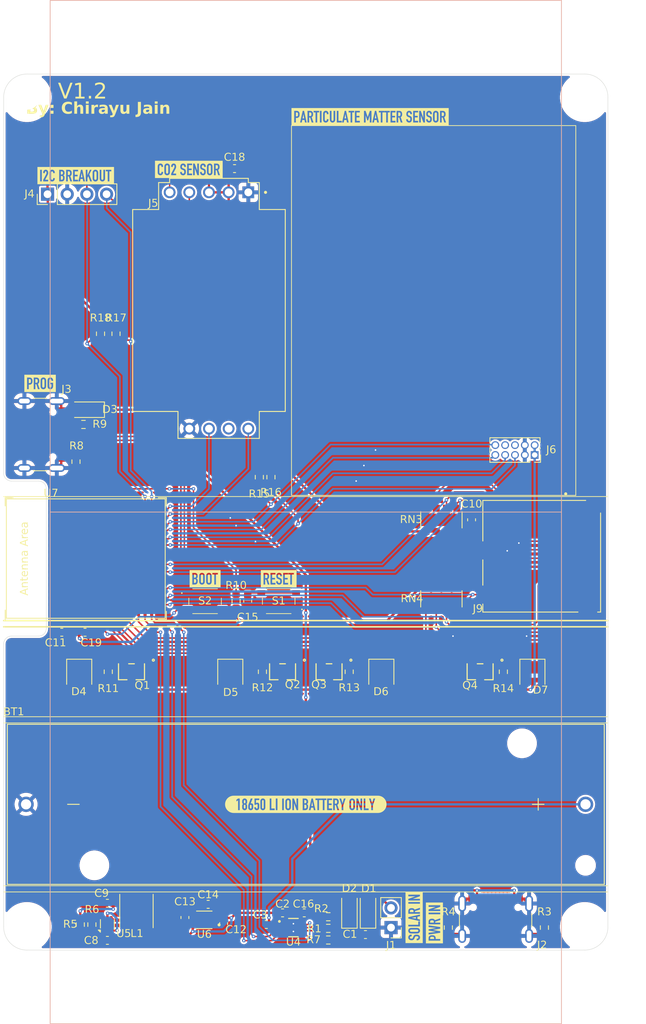
<source format=kicad_pcb>
(kicad_pcb (version 20240108) (generator "pcbnew") (generator_version "8.0")
  (layers (0 "F.Cu" signal) (31 "B.Cu" signal) (34 "B.Paste" user) (35 "F.Paste" user) (36 "B.SilkS" user "B.Silkscreen") (37 "F.SilkS" user "F.Silkscreen") (38 "B.Mask" user) (39 "F.Mask" user) (44 "Edge.Cuts" user))
  (net 0 "")
  (net 1 "/Solar_VIN")
  (net 2 "/STAT2")
  (net 3 "/!CE")
  (net 4 "/VSYS")
  (net 5 "/STAT1")
  (net 6 "GND")
  (net 7 "/USB C VIN")
  (net 8 "+3.3V")
  (net 9 "/SCL")
  (net 10 "/SDA")
  (net 11 "Net-(U5-SW)")
  (net 13 "+5V")
  (net 14 "/PMS_TX")
  (net 15 "/PMS_RX")
  (net 16 "/PMS_RST")
  (net 17 "/PMS_SET")
  (net 18 "/CO2_EN")
  (net 19 "/CO2_nRDY")
  (net 20 "Net-(U4-TS{slash}MR)")
  (net 21 "Net-(U4-ILIM{slash}VSET)")
  (net 22 "Net-(U4-ISET)")
  (net 23 "/SD_DAT1")
  (net 24 "/SD_CS")
  (net 25 "/SD_CD")
  (net 26 "/SD_DAT2")
  (net 27 "/SD_CLK")
  (net 28 "/SD_SDI")
  (net 29 "/SD_SDO")
  (net 30 "/VIN")
  (net 31 "Net-(U6-CP+)")
  (net 32 "Net-(U6-CP-)")
  (net 33 "/VBAT")
  (net 34 "/USB_P")
  (net 35 "Net-(D3-A)")
  (net 36 "/USB_N")
  (net 38 "Net-(J2-CC1)")
  (net 44 "Net-(J2-CC2)")
  (net 45 "/RESET")
  (net 46 "/BOOT")
  (net 47 "Net-(J3-CC1)")
  (net 48 "/BUCK_FB")
  (net 49 "Net-(D4-K)")
  (net 50 "Net-(Q1-D)")
  (net 51 "Net-(D5-K)")
  (net 52 "Net-(D6-K)")
  (net 53 "Net-(D7-K)")
  (net 54 "Net-(Q2-D)")
  (net 55 "Net-(Q3-D)")
  (net 56 "Net-(Q4-D)")
  (net 60 "/LED1")
  (net 61 "/LED2")
  (net 62 "/LED3")
  (net 63 "/LED4")
  (net 80 "Net-(J3-CC2)")
  (footprint "Resistor_SMD:R_0603_1608Metric" (layer "F.Cu") (at 87.8875 153.2125 -90)
    (property "Reference" "R5")
    (property "Value" "453k" (hide yes))
  )
  (footprint "Resistor_SMD:R_0603_1608Metric" (layer "F.Cu") (at 111 95.5 -90)
    (property "Reference" "R15")
    (property "Value" "10k" (hide yes))
  )
  (footprint "Snapeda:PTS815_SJG" (layer "F.Cu") (at 104 111.5)
    (property "Reference" "S2")
    (property "Value" "PTS815_SJG" (hide yes))
  )
  (footprint "LED_SMD:LED_Luminus_MP-3030-1100_3.0x3.0mm" (layer "F.Cu") (at 107.25 120.6 -90)
    (property "Reference" "D5")
    (property "Value" "LED" (hide yes))
  )
  (footprint "Resistor_SMD:R_Array_Convex_4x1206" (layer "F.Cu") (at 134.5 101 -90)
    (property "Reference" "RN3")
    (property "Value" "4x 4.7K" (hide yes))
  )
  (footprint "Capacitor_SMD:C_0603_1608Metric" (layer "F.Cu") (at 91.3875 150.4625 180)
    (property "Reference" "C9")
    (property "Value" "22u" (hide yes))
  )
  (footprint "Capacitor_SMD:C_0603_1608Metric" (layer "F.Cu") (at 124.7 154.5)
    (property "Reference" "C1")
    (property "Value" "10u" (hide yes))
  )
  (footprint "Snapeda:SOT23_AOS" (layer "F.Cu") (at 114 120.6 180)
    (property "Reference" "Q2")
    (property "Value" "AO3422" (hide yes))
  )
  (footprint "Capacitor_SMD:C_0603_1608Metric" (layer "F.Cu") (at 138.4 101 90)
    (property "Reference" "C10")
    (property "Value" "10u" (hide yes))
  )
  (footprint "Capacitor_SMD:C_0603_1608Metric" (layer "F.Cu") (at 85.5 115.5 180)
    (property "Reference" "C11")
    (property "Value" "22u" (hide yes))
  )
  (footprint "Snapeda:006-0-0002_XDCR_006-0-0002" (layer "F.Cu") (at 104.5 74 -90)
    (property "Reference" "J5")
    (property "Value" "006-1-0100" (hide yes))
  )
  (footprint "Resistor_SMD:R_0603_1608Metric" (layer "F.Cu") (at 122.6 120.6 -90)
    (property "Reference" "R13")
    (property "Value" "330" (hide yes))
  )
  (footprint "Connector_PinHeader_2.54mm:PinHeader_1x02_P2.54mm_Vertical" (layer "F.Cu") (at 128 153.6 180)
    (property "Reference" "J1")
    (property "Value" "SOLAR_VIN" (hide yes))
  )
  (footprint "kibuzzard-66CB4D05" (layer "F.Cu") (at 87.3 56.6)
    (property "Reference" "kibuzzard-66CB4D05" (hide yes))
    (property "Value" "G***" (hide yes))
  )
  (footprint "kibuzzard-66CA2B19" (layer "F.Cu") (at 133.6 153 90)
    (property "Reference" "kibuzzard-66CA2B19" (hide yes))
    (property "Value" "G***" (hide yes))
  )
  (footprint "Connector_PinSocket_1.27mm:PinSocket_2x05_P1.27mm_Vertical" (layer "F.Cu") (at 144 92 -90)
    (property "Reference" "J6")
    (property "Value" "PMS7003M" (hide yes))
  )
  (footprint "Snapeda:WSON10_DLH_TEX" (layer "F.Cu") (at 115.4 153.6)
    (property "Reference" "U4")
    (property "Value" "BQ25185DLHR" (hide yes))
  )
  (footprint "MountingHole:MountingHole_3.2mm_M3" (layer "F.Cu") (at 153 46.5)
    (property "Reference" "H3" (hide yes))
    (property "Value" "MountingHole" (hide yes))
  )
  (footprint "Capacitor_SMD:C_0603_1608Metric" (layer "F.Cu") (at 114 151.7)
    (property "Reference" "C2")
    (property "Value" "10u" (hide yes))
  )
  (footprint "Snapeda:1043_BAT_1043" (layer "F.Cu") (at 117 137.7)
    (property "Reference" "BT1")
    (property "Value" "1043" (hide yes))
  )
  (footprint "Capacitor_SMD:C_0603_1608Metric" (layer "F.Cu") (at 104.395 150.6 180)
    (property "Reference" "C14")
    (property "Value" "2.2u" (hide yes))
  )
  (footprint "MountingHole:MountingHole_3.2mm_M3" (layer "F.Cu") (at 81 46.5)
    (property "Reference" "H2" (hide yes))
    (property "Value" "MountingHole" (hide yes))
  )
  (footprint "Resistor_SMD:R_0603_1608Metric" (layer "F.Cu") (at 92.5 77 -90)
    (property "Reference" "R17")
    (property "Value" "10k" (hide yes))
  )
  (footprint "Capacitor_SMD:C_0603_1608Metric" (layer "F.Cu") (at 109.5 111.5 -90)
    (property "Reference" "C15")
    (property "Value" "1u" (hide yes))
  )
  (footprint "LED_SMD:LED_Luminus_MP-3030-1100_3.0x3.0mm" (layer "F.Cu") (at 146.25 120.6 -90)
    (property "Reference" "D7")
    (property "Value" "LED" (hide yes))
  )
  (footprint "kibuzzard-66CA2A9F" (layer "F.Cu") (at 82.7 83.4)
    (property "Reference" "kibuzzard-66CA2A9F" (hide yes))
    (property "Value" "G***" (hide yes))
  )
  (footprint "Resistor_SMD:R_0603_1608Metric" (layer "F.Cu") (at 119.9 152.2)
    (property "Reference" "R2")
    (property "Value" "33k" (hide yes))
  )
  (footprint "Capacitor_SMD:C_0603_1608Metric" (layer "F.Cu") (at 107.8 55.7)
    (property "Reference" "C18")
    (property "Value" "0.1u" (hide yes))
  )
  (footprint "Resistor_SMD:R_0603_1608Metric" (layer "F.Cu") (at 91.5 120.6 -90)
    (property "Reference" "R11")
    (property "Value" "330" (hide yes))
  )
  (footprint "PCM_Espressif:ESP32-S3-MINI-1" (layer "F.Cu") (at 91.15 106 90)
    (property "Reference" "U7")
    (property "Value" "ESP32-S3-MINI-1" (hide yes))
  )
  (footprint "Capacitor_SMD:C_0603_1608Metric" (layer "F.Cu") (at 88.5 115.5)
    (property "Reference" "C19")
    (property "Value" "0.1u" (hide yes))
  )
  (footprint "kibuzzard-66CA2A40" (layer "F.Cu") (at 101.9 55.8)
    (property "Reference" "kibuzzard-66CA2A40" (hide yes))
    (property "Value" "G***" (hide yes))
  )
  (footprint "MountingHole:MountingHole_3.2mm_M3" (layer "F.Cu") (at 81 153.5)
    (property "Reference" "H1" (hide yes))
    (property "Value" "MountingHole" (hide yes))
  )
  (footprint "Capacitor_SMD:C_0603_1608Metric" (layer "F.Cu") (at 116.8 151.7 180)
    (property "Reference" "C16")
    (property "Value" "1u" (hide yes))
  )
  (footprint "MountingHole:MountingHole_3.2mm_M3" (layer "F.Cu") (at 153 153.5)
    (property "Reference" "H4" (hide yes))
    (property "Value" "MountingHole" (hide yes))
  )
  (footprint "Connector_PinHeader_2.54mm:PinHeader_1x04_P2.54mm_Vertical" (layer "F.Cu") (at 83.66 59 90)
    (property "Reference" "J4")
    (property "Value" "SHT45 + SGP41" (hide yes))
  )
  (footprint "Snapeda:SOT23_AOS" (layer "F.Cu") (at 120 120.6 180)
    (property "Reference" "Q3")
    (property "Value" "AO3422" (hide yes))
  )
  (footprint "Resistor_SMD:R_0603_1608Metric" (layer "F.Cu") (at 87.332461 93.5 -90)
    (property "Reference" "R8")
    (property "Value" "5.1k" (hide yes))
  )
  (footprint "Resistor_SMD:R_0603_1608Metric" (layer "F.Cu") (at 112.5 95.5 -90)
    (property "Reference" "R16")
    (property "Value" "10k" (hide yes))
  )
  (footprint "Snapeda:SOT23_AOS" (layer "F.Cu") (at 94.5 120.6 180)
    (property "Reference" "Q1")
    (property "Value" "AO3422" (hide yes))
  )
  (footprint "Resistor_SMD:R_0603_1608Metric" (layer "F.Cu") (at 88.3 88.7)
    (property "Reference" "R9")
    (property "Value" "5.1k" (hide yes))
  )
  (footprint "Snapeda:GTFP08431BEU_AMPHENOL_GTFP08431BEU" (layer "F.Cu") (at 153.4 105.7 90)
    (property "Reference" "J9")
    (property "Value" "GTFP08431BEU" (hide yes))
  )
  (footprint "Capacitor_SMD:C_0603_1608Metric" (layer "F.Cu") (at 101.395 152.3 -90)
    (property "Reference" "C13")
    (property "Value" "1u" (hide yes))
  )
  (footprint "Capacitor_SMD:C_0603_1608Metric" (layer "F.Cu") (at 91.3875 155.2475 180)
    (property "Reference" "C8")
    (property "Value" "4.7u" (hide yes))
  )
  (footprint "Diode_SMD:D_SOD-123F" (layer "F.Cu") (at 125.03 151.47 90)
    (property "Reference" "D1")
    (property "Value" "SM5817PL-TP" (hide yes))
  )
  (footprint "Resistor_SMD:R_0603_1608Metric" (layer "F.Cu") (at 111.4 120.6 -90)
    (property "Reference" "R12")
    (property "Value" "330" (hide yes))
  )
  (footprint "Capacitor_SMD:C_0603_1608Metric" (layer "F.Cu") (at 106.395 153.1 -90)
    (property "Reference" "C12")
    (property "Value" "2.2u" (hide yes))
  )
  (footprint "Resistor_SMD:R_0603_1608Metric" (layer "F.Cu") (at 119.9 153.7)
    (property "Reference" "R1")
    (property "Value" "18k" (hide yes))
  )
  (footprint "Diode_SMD:D_SOD-123F" (layer "F.Cu") (at 88.8 86.8 180)
    (property "Reference" "D3")
    (property "Value" "SM5817PL-TP" (hide yes))
  )
  (footprint "kibuzzard-66CA2B1F" (layer "F.Cu") (at 130.981997 152.3 90)
    (property "Reference" "kibuzzard-66CA2B1F" (hide yes))
    (property "Value" "G***" (hide yes))
  )
  (footprint "kibuzzard-66CA2899" (layer "F.Cu") (at 117 137.7)
    (property "Reference" "kibuzzard-66CA2899" (hide yes))
    (property "Value" "G***" (hide yes))
  )
  (footprint "Resistor_SMD:R_Array_Convex_4x1206" (layer "F.Cu") (at 134.5 111.2 90)
    (property "Reference" "RN4")
    (property "Value" "4x 4.7K" (hide yes))
  )
  (footprint "Resistor_SMD:R_0603_1608Metric" (layer "F.Cu") (at 135.4 153.6 -90)
    (property "Reference" "R4")
    (property "Value" "5.1k" (hide yes))
  )
  (footprint "Inductor_SMD:L_Coilcraft_XxL4020" (layer "F.Cu") (at 95.1375 151.4625 90)
    (property "Reference" "L1")
    (property "Value" "1uH" (hide yes))
  )
  (footprint "LED_SMD:LED_Luminus_MP-3030-1100_3.0x3.0mm" (layer "F.Cu") (at 87.75 120.6 -90)
    (property "Reference" "D4")
    (property "Value" "LED" (hide yes))
  )
  (footprint "Diode_SMD:D_SOD-123F" (layer "F.Cu") (at 122.63 151.47 90)
    (property "Reference" "D2")
    (property "Value" "SM5817PL-TP" (hide yes))
  )
  (footprint "Connector_USB:USB_C_Receptacle_GCT_USB4105-xx-A_16P_TopMnt_Horizontal" (layer "F.Cu") (at 81.75 90 -90)
    (property "Reference" "J3")
    (property "Value" "PROG" (hide yes))
  )
  (footprint "Resistor_SMD:R_0603_1608Metric" (layer "F.Cu") (at 108 111.5 90)
    (property "Reference" "R10")
    (property "Value" "5.1k" (hide yes))
  )
  (footprint "Snapeda:PTS815_SJG" (layer "F.Cu") (at 113.5 111.5 180)
    (property "Reference" "S1")
    (property "Value" "PTS815_SJG" (hide yes))
  )
  (footprint "LED_SMD:LED_Luminus_MP-3030-1100_3.0x3.0mm" (layer "F.Cu") (at 126.75 120.6 -90)
    (property "Reference" "D6")
    (property "Value" "LED" (hide yes))
  )
  (footprint "kibuzzard-66CA2AE0" (layer "F.Cu") (at 113.5 108.6)
    (property "Reference" "kibuzzard-66CA2AE0" (hide yes))
    (property "Value" "G***" (hide yes))
  )
  (footprint "kibuzzard-66CA2ABD" (layer "F.Cu") (at 104 108.6)
    (property "Reference" "kibuzzard-66CA2ABD" (hide yes))
    (property "Value" "G***" (hide yes))
  )
  (footprint "Resistor_SMD:R_0603_1608Metric" (layer "F.Cu") (at 147.8 153.6 -90)
    (property "Reference" "R3")
    (property "Value" "5.1k" (hide yes))
  )
  (footprint "kibuzzard-66CA2A73" (layer "F.Cu") (at 125.3 49)
    (property "Reference" "kibuzzard-66CA2A73" (hide yes))
    (property "Value" "G***" (hide yes))
  )
  (footprint "Connector_USB:USB_C_Receptacle_GCT_USB4105-xx-A_16P_TopMnt_Horizontal" (layer "F.Cu") (at 141.5 153.6)
    (property "Reference" "J2")
    (property "Value" "USBC_VIN" (hide yes))
  )
  (footprint "Resistor_SMD:R_0603_1608Metric" (layer "F.Cu") (at 119.9 155.2)
    (property "Reference" "R7")
    (property "Value" "10k" (hide yes))
  )
  (footprint "Snapeda:TPS60150DRVR_SON65P200X200X80-7N" (layer "F.Cu") (at 103.895 152.6 180)
    (property "Reference" "U6")
    (property "Value" "TPS60150DRVR" (hide yes))
  )
  (footprint "Capacitor_SMD:C_0603_1608Metric" (layer "F.Cu") (at 111.9 153.2 180)
    (property "Reference" "C3")
    (property "Value" "1u" (hide yes))
  )
  (footprint "Snapeda:SOT23_AOS" (layer "F.Cu") (at 139.5 120.6 180)
    (property "Reference" "Q4")
    (property "Value" "AO3422" (hide yes))
  )
  (footprint "Resistor_SMD:R_0603_1608Metric" (layer "F.Cu") (at 89.3875 153.2125 90)
    (property "Reference" "R6")
    (property "Value" "100k" (hide yes))
  )
  (footprint "Resistor_SMD:R_0603_1608Metric" (layer "F.Cu") (at 90.5 77 -90)
    (property "Reference" "R18")
    (property "Value" "10k" (hide yes))
  )
  (footprint "Resistor_SMD:R_0603_1608Metric" (layer "F.Cu") (at 142.5 120.6 -90)
    (property "Reference" "R14")
    (property "Value" "330" (hide yes))
  )
  (footprint "Package_TO_SOT_SMD:SOT-563" (layer "F.Cu") (at 91.3875 153.2125 90)
    (property "Reference" "U5")
    (property "Value" "TLV62569DRL" (hide yes))
  )
  (gr_rect (start 84 34) (end 150 166) (stroke (width 0.1)) (fill none) (layer "B.SilkS"))
  (gr_line (start 84 100) (end 150 100) (stroke (width 0.1)) (layer "B.SilkS"))
  (gr_line (start 78 149) (end 156 149) (stroke (width 0.1)) (layer "F.SilkS"))
  (gr_line (start 156 114) (end 78 114) (stroke (width 0.2)) (layer "F.SilkS"))
  (gr_line (start 156 126.4) (end 78 126.4) (stroke (width 0.1)) (layer "F.SilkS"))
  (gr_line (start 156 98) (end 78 98) (stroke (width 0.1)) (layer "F.SilkS"))
  (gr_line (start 78 148.2) (end 156 148.2) (stroke (width 0.1)) (layer "F.SilkS"))
  (gr_line (start 78 127.2) (end 156 127.2) (stroke (width 0.1)) (layer "F.SilkS"))
  (gr_line (start 156 114.8) (end 78 114.8) (stroke (width 0.2)) (layer "F.SilkS"))
  (gr_line (start 78 46.5) (end 78 95) (stroke (width 0.05)) (layer "Edge.Cuts"))
  (gr_line (start 78 117) (end 78 153.5) (stroke (width 0.05)) (layer "Edge.Cuts"))
  (gr_line (start 79 96) (end 82.5 96) (stroke (width 0.05)) (layer "Edge.Cuts"))
  (gr_line (start 81 43.5) (end 153 43.5) (stroke (width 0.05)) (layer "Edge.Cuts"))
  (gr_line (start 153 156.5) (end 81 156.5) (stroke (width 0.05)) (layer "Edge.Cuts"))
  (gr_arc (start 156 153.5) (mid 155.12132 155.62132) (end 153 156.5) (stroke (width 0.05)) (layer "Edge.Cuts"))
  (gr_arc (start 83.5 115) (mid 83.207107 115.707107) (end 82.5 116) (stroke (width 0.05)) (layer "Edge.Cuts"))
  (gr_arc (start 82.5 96) (mid 83.207107 96.292893) (end 83.5 97) (stroke (width 0.05)) (layer "Edge.Cuts"))
  (gr_arc (start 78 117) (mid 78.292893 116.292893) (end 79 116) (stroke (width 0.05)) (layer "Edge.Cuts"))
  (gr_arc (start 81 156.5) (mid 78.87868 155.62132) (end 78 153.5) (stroke (width 0.05)) (layer "Edge.Cuts"))
  (gr_line (start 156 46.5) (end 156 153.5) (stroke (width 0.05)) (layer "Edge.Cuts"))
  (gr_arc (start 78 46.5) (mid 78.87868 44.37868) (end 81 43.5) (stroke (width 0.05)) (layer "Edge.Cuts"))
  (gr_line (start 83.5 97) (end 83.5 115) (stroke (width 0.05)) (layer "Edge.Cuts"))
  (gr_line (start 82.5 116) (end 79 116) (stroke (width 0.05)) (layer "Edge.Cuts"))
  (gr_arc (start 153 43.5) (mid 155.12132 44.37868) (end 156 46.5) (stroke (width 0.05)) (layer "Edge.Cuts"))
  (gr_arc (start 79 96) (mid 78.292893 95.707107) (end 78 95) (stroke (width 0.05)) (layer "Edge.Cuts"))
  (gr_text "By: Chirayu Jain" (at 90.2 48 0) (layer "F.SilkS") (effects (font (size 1.5 1.5) (thickness 0.3) (bold yes))))
  (gr_text "V1.2" (at 85 47 0) (layer "F.SilkS") (effects (font (size 2 2)) (justify left bottom)))
  (segment (start 127.01 150.07) (end 125.03 150.07) (width 0.3) (layer "F.Cu") (net 1))
  (segment (start 128 151.06) (end 127.01 150.07) (width 0.3) (layer "F.Cu") (net 1))
  (segment (start 110.25 154.75) (end 112.24546 154.75) (width 0.2) (layer "F.Cu") (net 2))
  (segment (start 97 114.75) (end 99 114.75) (width 0.2) (layer "F.Cu") (net 2))
  (segment (start 99 114.75) (end 99.75 115.5) (width 0.2) (layer "F.Cu") (net 2))
  (segment (start 113.39546 153.6) (end 114.3205 153.6) (width 0.2) (layer "F.Cu") (net 2))
  (segment (start 96.25 114) (end 97 114.75) (width 0.2) (layer "F.Cu") (net 2))
  (segment (start 112.24546 154.75) (end 113.39546 153.6) (width 0.2) (layer "F.Cu") (net 2))
  (segment (start 96.25 113) (end 96.25 114) (width 0.2) (layer "F.Cu") (net 2))
  (via (at 110.25 154.75) (size 0.45) (drill 0.2) (layers "F.Cu" "B.Cu") (net 2))
  (via (at 99.75 115.5) (size 0.45) (drill 0.2) (layers "F.Cu" "B.Cu") (net 2))
  (segment (start 99.75 115.5) (end 99.75 136.75) (width 0.2) (layer "B.Cu") (net 2))
  (segment (start 99.75 136.75) (end 110 147) (width 0.2) (layer "B.Cu") (net 2))
  (segment (start 110 147) (end 110 154.5) (width 0.2) (layer "B.Cu") (net 2))
  (segment (start 110 154.5) (end 110.25 154.75) (width 0.2) (layer "B.Cu") (net 2))
  (segment (start 113.88555 154.00005) (end 114.3205 154.00005) (width 0.2) (layer "F.Cu") (net 3))
  (segment (start 109 155.277003) (end 112.608597 155.277003) (width 0.2) (layer "F.Cu") (net 3))
  (segment (start 95.4 113) (end 95.4 114.15) (width 0.2) (layer "F.Cu") (net 3))
  (segment (start 95.4 114.15) (end 96.75 115.5) (width 0.2) (layer "F.Cu") (net 3))
  (segment (start 112.608597 155.277003) (end 113.88555 154.00005) (width 0.2) (layer "F.Cu") (net 3))
  (segment (start 96.75 115.5) (end 98.25 115.5) (width 0.2) (layer "F.Cu") (net 3))
  (via (at 98.25 115.5) (size 0.45) (drill 0.2) (layers "F.Cu" "B.Cu") (net 3))
  (via (at 109 155.277003) (size 0.45) (drill 0.2) (layers "F.Cu" "B.Cu") (net 3))
  (segment (start 98.25 138) (end 109 148.75) (width 0.2) (layer "B.Cu") (net 3))
  (segment (start 98.25 115.5) (end 98.25 138) (width 0.2) (layer "B.Cu") (net 3))
  (segment (start 109 148.75) (end 109 155.277003) (width 0.2) (layer "B.Cu") (net 3))
  (segment (start 104.92 152.6) (end 106.12 152.6) (width 0.3) (layer "F.Cu") (net 4))
  (segment (start 106.42 152.35) (end 106.395 152.325) (width 0.3) (layer "F.Cu") (net 4))
  (segment (start 101.2475 155.2475) (end 102.395 154.1) (width 0.3) (layer "F.Cu") (net 4))
  (segment (start 113.225 151.7) (end 108.045 151.7) (width 0.3) (layer "F.Cu") (net 4))
  (segment (start 106.12 152.6) (end 106.395 152.325) (width 0.3) (layer "F.Cu") (net 4))
  (segment (start 91.8875 153.9625) (end 92.6375 153.9625) (width 0.3) (layer "F.Cu") (net 4))
  (segment (start 91.8875 154.9725) (end 92.1625 155.2475) (width 0.3) (layer "F.Cu") (net 4))
  (segment (start 102.87 153.25) (end 102.395 153.725) (width 0.3) (layer "F.Cu") (net 4))
  (segment (start 91.3875 151.772075) (end 91.412075 151.7475) (width 0.3) (layer "F.Cu") (net 4))
  (segment (start 113.125 151.95) (end 113.125 151.7) (width 0.2) (layer "F.Cu") (net 4))
  (segment (start 91.8875 153.9625) (end 91.8875 154.9725) (width 0.3) (layer "F.Cu") (net 4))
  (segment (start 108.045 151.7) (end 107.395 152.35) (width 0.3) (layer "F.Cu") (net 4))
  (segment (start 113.9749 152.7999) (end 113.125 151.95) (width 0.2) (layer "F.Cu") (net 4))
  (segment (start 102.395 153.725) (end 102.395 154.1) (width 0.3) (layer "F.Cu") (net 4))
  (segment (start 114.3205 152.7999) (end 113.9749 152.7999) (width 0.2) (layer "F.Cu") (net 4))
  (segment (start 92.1625 155.2475) (end 101.2475 155.2475) (width 0.3) (layer "F.Cu") (net 4))
  (segment (start 107.395 152.35) (end 106.42 152.35) (width 0.3) (layer "F.Cu") (net 4))
  (segment (start 91.3875 152.4625) (end 91.3875 151.772075) (width 0.3) (layer "F.Cu") (net 4))
  (via (at 107.395 152.35) (size 0.45) (drill 0.2) (layers "F.Cu" "B.Cu") (net 4))
  (via (at 102.395 154.1) (size 0.45) (drill 0.2) (layers "F.Cu" "B.Cu") (net 4))
  (via (at 91.412075 151.7475) (size 0.45) (drill 0.2) (layers "F.Cu" "B.Cu") (net 4))
  (via (at 92.6375 153.9625) (size 0.45) (drill 0.2) (layers "F.Cu" "B.Cu") (net 4))
  (segment (start 107.395 153.1) (end 107.395 152.35) (width 0.3) (layer "B.Cu") (net 4))
  (segment (start 106.395 154.1) (end 107.395 153.1) (width 0.3) (layer "B.Cu") (net 4))
  (segment (start 102.395 154.1) (end 106.395 154.1) (width 0.3) (layer "B.Cu") (net 4))
  (segment (start 91.912075 151.7475) (end 92.6375 152.472925) (width 0.3) (layer "B.Cu") (net 4))
  (segment (start 91.412075 151.7475) (end 91.912075 151.7475) (width 0.3) (layer "B.Cu") (net 4))
  (segment (start 92.6375 152.472925) (end 92.6375 153.9625) (width 0.3) (layer "B.Cu") (net 4))
  (segment (start 97.1 113.85) (end 97.5 114.25) (width 0.2) (layer "F.Cu") (net 5))
  (segment (start 97.5 114.25) (end 100 114.25) (width 0.2) (layer "F.Cu") (net 5))
  (segment (start 100 114.25) (end 101.25 115.5) (width 0.2) (layer "F.Cu") (net 5))
  (segment (start 117.30005 153.19995) (end 117.5 153) (width 0.2) (layer "F.Cu") (net 5))
  (segment (start 97.1 113) (end 97.1 113.85) (width 0.2) (layer "F.Cu") (net 5))
  (segment (start 116.4795 153.19995) (end 117.30005 153.19995) (width 0.2) (layer "F.Cu") (net 5))
  (via (at 117.5 153) (size 0.45) (drill 0.2) (layers "F.Cu" "B.Cu") (net 5))
  (via (at 101.25 115.5) (size 0.45) (drill 0.2) (layers "F.Cu" "B.Cu") (net 5))
  (segment (start 111 153.5) (end 112.75 155.25) (width 0.2) (layer "B.Cu") (net 5))
  (segment (start 112.75 155.25) (end 117 155.25) (width 0.2) (layer "B.Cu") (net 5))
  (segment (start 117 155.25) (end 117.5 154.75) (width 0.2) (layer "B.Cu") (net 5))
  (segment (start 111 145) (end 111 153.5) (width 0.2) (layer "B.Cu") (net 5))
  (segment (start 101.25 115.5) (end 101.25 135.25) (width 0.2) (layer "B.Cu") (net 5))
  (segment (start 117.5 154.75) (end 117.5 153) (width 0.2) (layer "B.Cu") (net 5))
  (segment (start 101.25 135.25) (end 111 145) (width 0.2) (layer "B.Cu") (net 5))
  (segment (start 91.3875 153.9625) (end 91.3875 154.4725) (width 0.2) (layer "F.Cu") (net 6))
  (segment (start 146.07 154.425) (end 145.82 154.675) (width 0.3) (layer "F.Cu") (net 6))
  (segment (start 144.7 149.92) (end 145.245 149.92) (width 0.4) (layer "F.Cu") (net 6))
  (segment (start 135.4 154.425) (end 136.93 154.425) (width 0.3) (layer "F.Cu") (net 6))
  (segment (start 84.15 113) (end 84.15 99) (width 0.4) (layer "F.Cu") (net 6))
  (segment (start 109.45 112.325) (end 109.5 112.275) (width 0.2) (layer "F.Cu") (net 6))
  (segment (start 85.43 86.255) (end 84.855 85.68) (width 0.3) (layer "F.Cu") (net 6))
  (segment (start 85.43 93.2) (end 85.43 93.745) (width 0.3) (layer "F.Cu") (net 6))
  (segment (start 115.0999 154.4001) (end 115.4 154.1) (width 0.2) (layer "F.Cu") (net 6))
  (segment (start 91.3875 153.389086) (end 91.210914 153.2125) (width 0.2) (layer "F.Cu") (net 6))
  (segment (start 137.755 149.92) (end 137.18 150.495) (width 0.4) (layer "F.Cu") (net 6))
  (segment (start 136.93 154.425) (end 137.18 154.675) (width 0.3) (layer "F.Cu") (net 6))
  (segment (start 85.43 93.745) (end 84.855 94.32) (width 0.3) (layer "F.Cu") (net 6))
  (segment (start 114.3205 154.4001) (end 115.0999 154.4001) (width 0.2) (layer "F.Cu") (net 6))
  (segment (start 138.3 149.92) (end 137.755 149.92) (width 0.4) (layer "F.Cu") (net 6))
  (segment (start 105.77 153.25) (end 106.395 153.875) (width 0.3) (layer "F.Cu") (net 6))
  (segment (start 103.895 150.875) (end 103.895 152.6) (width 0.3) (layer "F.Cu") (net 6))
  (segment (start 91.3875 154.4725) (end 90.6125 155.2475) (width 0.2) (layer "F.Cu") (net 6))
  (segment (start 91.210914 153.2125) (end 90.2125 153.2125) (width 0.2) (layer "F.Cu") (net 6))
  (segment (start 104.92 153.25) (end 103.895 153.25) (width 0.3) (layer "F.Cu") (net 6))
  (segment (start 103.895 153.25) (end 103.895 152.6) (width 0.3) (layer "F.Cu") (net 6))
  (segment (start 86.05 113) (end 84.15 113) (width 0.4) (layer "F.Cu") (net 6))
  (segment (start 91.3875 153.9625) (end 91.3875 153.389086) (width 0.2) (layer "F.Cu") (net 6))
  (segment (start 104.92 153.25) (end 105.77 153.25) (width 0.3) (layer "F.Cu") (net 6))
  (segment (start 103.62 150.6) (end 103.895 150.875) (width 0.3) (layer "F.Cu") (net 6))
  (segment (start 85.43 86.8) (end 85.43 86.255) (width 0.3) (layer "F.Cu") (net 6))
  (segment (start 90.2125 153.2125) (end 89.3875 152.3875) (width 0.2) (layer "F.Cu") (net 6))
  (segment (start 147.8 154.425) (end 146.07 154.425) (width 0.3) (layer "F.Cu") (net 6))
  (segment (start 115.325 112.575) (end 110.825 112.575) (width 0.2) (layer "F.Cu") (net 6))
  (segment (start 145.245 149.92) (end 145.82 150.495) (width 0.4) (layer "F.Cu") (net 6))
  (via (at 124.5 94) (size 0.45) (drill 0.2) (layers "F.Cu" "B.Cu") (net 6))
  (via (at 107.25 100.75) (size 0.45) (drill 0.2) (layers "F.Cu" "B.Cu") (net 6))
  (via (at 126 92) (size 0.45) (drill 0.2) (layers "F.Cu" "B.Cu") (net 6))
  (via (at 108 101.75) (size 0.45) (drill 0.2) (layers "F.Cu" "B.Cu") (net 6))
  (via (at 123.5 96) (size 0.45) (drill 0.2) (layers "F.Cu" "B.Cu") (net 6))
  (via (at 145.5 116) (size 0.45) (drill 0.2) (layers "F.Cu" "B.Cu") (net 6))
  (via (at 144.5 104) (size 0.45) (drill 0.2) (layers "F.Cu" "B.Cu") (net 6))
  (via (at 115.4 154.1) (size 0.45) (drill 0.2) (layers "F.Cu" "B.Cu") (net 6))
  (via (at 115.4 153.1) (size 0.45) (drill 0.2) (layers "F.Cu" "B.Cu") (net 6))
  (via (at 143 105) (size 0.45) (drill 0.2) (layers "F.Cu" "B.Cu") (net 6))
  (via (at 110.5 103.798) (size 0.45) (drill 0.2) (layers "F.Cu" "B.Cu") (net 6))
  (via (at 136 116) (size 0.45) (drill 0.2) (layers "F.Cu" "B.Cu") (net 6))
  (segment (start 80.675 94.32) (end 84.855 94.32) (width 0.3) (layer "B.Cu") (net 6))
  (segment (start 84.855 85.68) (end 80.675 85.68) (width 0.3) (layer "B.Cu") (net 6))
  (segment (start 145.82 154.675) (end 145.82 150.495) (width 0.3) (layer "B.Cu") (net 6))
  (segment (start 137.18 150.495) (end 137.18 154.675) (width 0.4) (layer "B.Cu") (net 6))
  (segment (start 122.63 149.27) (end 123.1 148.8) (width 0.3) (layer "F.Cu") (net 7))
  (segment (start 139.1 149.92) (end 139.1 148.8) (width 0.3) (layer "F.Cu") (net 7))
  (segment (start 123.1 148.8) (end 139.1 148.8) (width 0.3) (layer "F.Cu") (net 7))
  (segment (start 143.9 148.8) (end 143.9 149.92) (width 0.3) (layer "F.Cu") (net 7))
  (segment (start 122.63 150.07) (end 122.63 149.27) (width 0.3) (layer "F.Cu") (net 7))
  (via (at 139.1 148.8) (size 0.45) (drill 0.2) (layers "F.Cu" "B.Cu") (net 7))
  (via (at 143.9 148.8) (size 0.45) (drill 0.2) (layers "F.Cu" "B.Cu") (net 7))
  (segment (start 139.1 148.8) (end 143.9 148.8) (width 0.3) (layer "B.Cu") (net 7))
  (segment (start 108.5 114) (end 127.5 114) (width 0.3) (layer "F.Cu") (net 8))
  (segment (start 87.725 115.5) (end 86.275 115.5) (width 0.3) (layer "F.Cu") (net 8))
  (segment (start 137.675 102.5) (end 138.4 101.775) (width 0.3) (layer "F.Cu") (net 8))
  (segment (start 83.69 59.03) (end 83.66 59) (width 0.3) (layer "F.Cu") (net 8))
  (segment (start 85 133.7) (end 85 118) (width 0.3) (layer "F.Cu") (net 8))
  (segment (start 92.1375 150.4875) (end 92.1625 150.4625) (width 0.3) (layer "F.Cu") (net 8))
  (segment (start 104.5 57.1) (end 104.5 58.76) (width 0.3) (layer "F.Cu") (net 8))
  (segment (start 90.5 76.175) (end 90.5 75) (width 0.3) (layer "F.Cu") (net 8))
  (segment (start 108.5 114) (end 108 113.5) (width 0.3) (layer "F.Cu") (net 8))
  (segment (start 85.9 55.2) (end 102.6 55.2) (width 0.3) (layer "F.Cu") (net 8))
  (segment (start 90.5 76.175) (end 92.5 76.175) (width 0.3) (layer "F.Cu") (net 8))
  (segment (start 136.5 102.5) (end 136.5 104.5) (width 0.3) (layer "F.Cu") (net 8))
  (segment (start 136.5 104.5) (end 139.06 107.06) (width 0.3) (layer "F.Cu") (net 8))
  (segment (start 107.04 58.76) (end 104.5 58.76) (width 0.3) (layer "F.Cu") (net 8))
  (segment (start 139.06 107.06) (end 140.206 107.06) (width 0.3) (layer "F.Cu") (net 8))
  (segment (start 122.5 102.5) (end 132.5 102.5) (width 0.3) (layer "F.Cu") (net 8))
  (segment (start 83.66 57.44) (end 85.9 55.2) (width 0.3) (layer "F.Cu") (net 8))
  (segment (start 131.8 109.7) (end 132.5 109.7) (width 0.3) (layer "F.Cu") (net 8))
  (segment (start 136.5 102.5) (end 132.5 102.5) (width 0.3) (layer "F.Cu") (net 8))
  (segment (start 107.04 58.76) (end 107.04 64.04) (width 0.3) (layer "F.Cu") (net 8))
  (segment (start 86.9 114.675) (end 87.725 115.5) (width 0.3) (layer "F.Cu") (net 8))
  (segment (start 107.04 55.715) (end 107.025 55.7) (width 0.3) (layer "F.Cu") (net 8))
  (segment (start 92.3475 150.2775) (end 92.1625 150.4625) (width 0.4) (layer "F.Cu") (net 8))
  (segment (start 87.8875 152.3875) (end 87.8875 151.4625) (width 0.3) (layer "F.Cu") (net 8))
  (segment (start 150.75 107.06) (end 140.206 107.06) (width 0.3) (layer "F.Cu") (net 8))
  (segment (start 86.9 113) (end 86.9 114.675) (width 0.3) (layer "F.Cu") (net 8))
  (segment (start 108 113.5) (end 108 112.325) (width 0.3) (layer "F.Cu") (net 8))
  (segment (start 136.5 102.5) (end 137.675 102.5) (width 0.3) (layer "F.Cu") (net 8))
  (segment (start 114.675 94.675) (end 122.5 102.5) (width 0.3) (layer "F.Cu") (net 8))
  (segment (start 85 118) (end 86.275 116.725) (width 0.3) (layer "F.Cu") (net 8))
  (segment (start 95.1375 150.2775) (end 92.3475 150.2775) (width 0.4) (layer "F.Cu") (net 8))
  (segment (start 107.04 64.04) (end 112.5 69.5) (width 0.3) (layer "F.Cu") (net 8))
  (segment (start 112.5 69.5) (end 112.5 94.675) (width 0.3) (layer "F.Cu") (net 8))
  (segment (start 112.5 94.675) (end 114.675 94.675) (width 0.3) (layer "F.Cu") (net 8))
  (segment (start 83.66 59) (end 83.66 57.44) (width 0.3) (layer "F.Cu") (net 8))
  (segment (start 92.6 150.025) (end 92.6 141.3) (width 0.3) (layer "F.Cu") (net 8))
  (segment (start 92.1375 151.2125) (end 92.1375 150.4875) (width 0.3) (layer "F.Cu") (net 8))
  (segment (start 87.8 116.3) (end 87.725 116.225) (width 0.3) (layer "F.Cu") (net 8))
  (segment (start 83.69 68.19) (end 83.69 59.03) (width 0.3) (layer "F.Cu") (net 8))
  (segment (start 90.5 75) (end 83.69 68.19) (width 0.3) (layer "F.Cu") (net 8))
  (segment (start 87.725 116.225) (end 87.725 115.5) (width 0.3) (layer "F.Cu") (net 8))
  (segment (start 107.825 112.325) (end 108 112.325) (width 0.2) (layer "F.Cu") (net 8))
  (segment (start 132.5 109.7) (end 136.5 109.7) (width 0.3) (layer "F.Cu") (net 8))
  (segment (start 127.5 114) (end 131.8 109.7) (width 0.3) (layer "F.Cu") (net 8))
  (segment (start 102.6 55.2) (end 104.5 57.1) (width 0.3) (layer "F.Cu") (net 8))
  (segment (start 137.566 109.7) (end 136.5 109.7) (width 0.3) (layer "F.Cu") (net 8))
  (segment (start 140.206 107.06) (end 137.566 109.7) (width 0.3) (layer "F.Cu") (net 8))
  (segment (start 92.6 141.3) (end 85 133.7) (width 0.3) (layer "F.Cu") (net 8))
  (segment (start 107.04 58.76) (end 107.04 55.715) (width 0.3) (layer "F.Cu") (net 8))
  (segment (start 92.1625 150.4625) (end 92.6 150.025) (width 0.3) (layer "F.Cu") (net 8))
  (segment (start 111 94.675) (end 112.5 94.675) (width 0.3) (layer "F.Cu") (net 8))
  (segment (start 86.275 116.725) (end 86.275 115.5) (width 0.3) (layer "F.Cu") (net 8))
  (via (at 108.5 114) (size 0.45) (drill 0.2) (layers "F.Cu" "B.Cu") (net 8))
  (via (at 87.8875 151.4625) (size 0.45) (drill 0.2) (layers "F.Cu" "B.Cu") (net 8))
  (via (at 87.8 116.3) (size 0.45) (drill 0.2) (layers "F.Cu" "B.Cu") (net 8))
  (via (at 92.1375 151.2125) (size 0.45) (drill 0.2) (layers "F.Cu" "B.Cu") (net 8))
  (segment (start 98.042064 114.498) (end 101.457936 114.498) (width 0.3) (layer "B.Cu") (net 8))
  (segment (start 87.8875 151.4625) (end 88.1375 151.2125) (width 0.3) (layer "B.Cu") (net 8))
  (segment (start 108 114.5) (end 108.5 114) (width 0.3) (layer "B.Cu") (net 8))
  (segment (start 101.457936 114.498) (end 101.459936 114.5) (width 0.3) (layer "B.Cu") (net 8))
  (segment (start 83.676207 58.996207) (end 83.986207 59.306207) (width 0.2) (layer "B.Cu") (net 8))
  (segment (start 88.25 116.75) (end 94.5 116.75) (width 0.3) (layer "B.Cu") (net 8))
  (segment (start 98.040064 114.5) (end 98.042064 114.498) (width 0.3) (layer "B.Cu") (net 8))
  (segment (start 87.8 116.3) (end 88.25 116.75) (width 0.3) (layer "B.Cu") (net 8))
  (segment (start 94.5 116.75) (end 96.75 114.5) (width 0.3) (layer "B.Cu") (net 8))
  (segment (start 88.1375 151.2125) (end 92.1375 151.2125) (width 0.3) (layer "B.Cu") (net 8))
  (segment (start 96.75 114.5) (end 98.040064 114.5) (width 0.3) (layer "B.Cu") (net 8))
  (segment (start 101.459936 114.5) (end 108 114.5) (width 0.3) (layer "B.Cu") (net 8))
  (segment (start 99.42 58.76) (end 99.42 57.42) (width 0.2) (layer "F.Cu") (net 9))
  (segment (start 99.42 57.42) (end 98.6 56.6) (width 0.2) (layer "F.Cu") (net 9))
  (segment (start 98.6 56.6) (end 89.6 56.6) (width 0.2) (layer "F.Cu") (net 9))
  (segment (start 89.6 56.6) (end 88.74 57.46) (width 0.2) (layer "F.Cu") (net 9))
  (segment (start 90.5 77.825) (end 89.215 77.825) (width 0.2) (layer "F.Cu") (net 9))
  (segment (start 88.74 57.46) (end 88.74 59) (width 0.2) (layer "F.Cu") (net 9))
  (segment (start 96.25 98) (end 96.25 99) (width 0.2) (layer "F.Cu") (net 9))
  (segment (start 89.215 77.825) (end 88.77 78.27) (width 0.2) (layer "F.Cu") (net 9))
  (via (at 96.25 98) (size 0.45) (drill 0.2) (layers "F.Cu" "B.Cu") (net 9))
  (via (at 88.77 78.27) (size 0.45) (drill 0.2) (layers "F.Cu" "B.Cu") (net 9))
  (segment (start 93 82.5) (end 88.77 78.27) (width 0.2) (layer "B.Cu") (net 9))
  (segment (start 93 94.75) (end 93 82.5) (width 0.2) (layer "B.Cu") (net 9))
  (segment (start 96.25 98) (end 93 94.75) (width 0.2) (layer "B.Cu") (net 9))
  (segment (start 88.77 78.27) (end 88.77 59) (width 0.2) (layer "B.Cu") (net 9))
  (segment (start 101.3 61.2) (end 101.96 60.54) (width 0.2) (layer "F.Cu") (net 10))
  (segment (start 94.225 77.825) (end 94.4 78) (width 0.2) (layer "F.Cu") (net 10))
  (segment (start 92.5 77.825) (end 94.225 77.825) (width 0.2) (layer "F.Cu") (net 10))
  (segment (start 91.28 59) (end 93.48 61.2) (width 0.2) (layer "F.Cu") (net 10))
  (segment (start 91.3 59) (end 91.28 59) (width 0.2) (layer "F.Cu") (net 10))
  (segment (start 101.96 60.54) (end 101.96 58.76) (width 0.2) (layer "F.Cu") (net 10))
  (segment (start 97.1 98) (end 97.1 99) (width 0.2) (layer "F.Cu") (net 10))
  (segment (start 92.1 59.8) (end 91.3 59) (width 0.2) (layer "F.Cu") (net 10))
  (segment (start 93.48 61.2) (end 101.3 61.2) (width 0.2) (layer "F.Cu") (net 10))
  (via (at 94.4 78) (size 0.45) (drill 0.2) (layers "F.Cu" "B.Cu") (net 10))
  (via (at 97.1 98) (size 0.45) (drill 0.2) (layers "F.Cu" "B.Cu") (net 10))
  (segment (start 94.4 94.65) (end 94.4 78) (width 0.2) (layer "B.Cu") (net 10))
  (segment (start 91.31 60.81) (end 91.31 59) (width 0.2) (layer "B.Cu") (net 10))
  (segment (start 94.4 63.9) (end 91.31 60.81) (width 0.2) (layer "B.Cu") (net 10))
  (segment (start 97.1 97.35) (end 94.4 94.65) (width 0.2) (layer "B.Cu") (net 10))
  (segment (start 97.1 98) (end 97.1 97.35) (width 0.2) (layer "B.Cu") (net 10))
  (segment (start 94.4 78) (end 94.4 63.9) (width 0.2) (layer "B.Cu") (net 10))
  (segment (start 92.1425 152.6475) (end 91.9575 152.4625) (width 0.4) (layer "F.Cu") (net 11))
  (segment (start 95.1375 152.6475) (end 92.1425 152.6475) (width 0.4) (layer "F.Cu") (net 11))
  (segment (start 87.75 131.25) (end 105.17 148.67) (width 0.3) (layer "F.Cu") (net 13))
  (segment (start 127.1 122.9) (end 146 122.9) (width 0.3) (layer "F.Cu") (net 13))
  (segment (start 106.8 122.9) (end 107.25 122.45) (width 0.3) (layer "F.Cu") (net 13))
  (segment (start 126.75 122.45) (end 126.75 121.675) (width 0.3) (layer "F.Cu") (net 13))
  (segment (start 146.25 122.65) (end 146.25 121.675) (width 0.3) (layer "F.Cu") (net 13))
  (segment (start 105.17 148.67) (end 105.17 150.6) (width 0.3) (layer "F.Cu") (net 13))
  (segment (start 126.3 122.9) (end 126.75 122.45) (width 0.3) (layer "F.Cu") (net 13))
  (segment (start 87.75 122.55) (end 88.1 122.9) (width 0.3) (layer "F.Cu") (net 13))
  (segment (start 107.25 121.675) (end 107.25 122.45) (width 0.3) (layer "F.Cu") (net 13))
  (segment (start 126.75 121.675) (end 126.75 122.55) (width 0.3) (layer "F.Cu") (net 13))
  (segment (start 87.75 121.675) (end 87.75 122.55) (width 0.3) (layer "F.Cu") (net 13))
  (segment (start 104.92 150.85) (end 105.17 150.6) (width 0.3) (layer "F.Cu") (net 13))
  (segment (start 146 122.9) (end 146.25 122.65) (width 0.3) (layer "F.Cu") (net 13))
  (segment (start 107.7 122.9) (end 126.3 122.9) (width 0.3) (layer "F.Cu") (net 13))
  (segment (start 87.75 122.55) (end 87.75 131.25) (width 0.3) (layer "F.Cu") (net 13))
  (segment (start 104.92 151.95) (end 104.92 150.85) (width 0.3) (layer "F.Cu") (net 13))
  (segment (start 107.25 122.45) (end 107.7 122.9) (width 0.3) (layer "F.Cu") (net 13))
  (segment (start 126.75 122.55) (end 127.1 122.9) (width 0.3) (layer "F.Cu") (net 13))
  (segment (start 88.1 122.9) (end 106.8 122.9) (width 0.3) (layer "F.Cu") (net 13))
  (via (at 146 122.9) (size 0.45) (drill 0.2) (layers "F.Cu" "B.Cu") (net 13))
  (segment (start 146.54 92.635) (end 146.54 91.365) (width 0.3) (layer "B.Cu") (net 13))
  (segment (start 146 122.9) (end 146.54 122.36) (width 0.3) (layer "B.Cu") (net 13))
  (segment (start 146.525 92.645) (end 146.5 92.67) (width 0.3) (layer "B.Cu") (net 13))
  (segment (start 146.54 122.36) (end 146.54 92.635) (width 0.3) (layer "B.Cu") (net 13))
  (segment (start 99.25 102.25) (end 98.9 102.6) (width 0.2) (layer "F.Cu") (net 14))
  (segment (start 99.5 102.25) (end 99.25 102.25) (width 0.2) (layer "F.Cu") (net 14))
  (segment (start 98.9 102.6) (end 98.15 102.6) (width 0.2) (layer "F.Cu") (net 14))
  (via (at 99.5 102.25) (size 0.45) (drill 0.2) (layers "F.Cu" "B.Cu") (net 14))
  (segment (start 141.46 92.635) (end 141.095 93) (width 0.2) (layer "B.Cu") (net 14))
  (segment (start 141.095 93) (end 120.5 93) (width 0.2) (layer "B.Cu") (net 14))
  (segment (start 120.5 93) (end 111.25 102.25) (width 0.2) (layer "B.Cu") (net 14))
  (segment (start 111.25 102.25) (end 99.5 102.25) (width 0.2) (layer "B.Cu") (net 14))
  (segment (start 99.3 103.45) (end 98.15 103.45) (width 0.2) (layer "F.Cu") (net 15))
  (segment (start 99.5 103.25) (end 99.3 103.45) (width 0.2) (layer "F.Cu") (net 15))
  (via (at 99.5 103.25) (size 0.45) (drill 0.2) (layers "F.Cu" "B.Cu") (net 15))
  (segment (start 142.73 93.27) (end 142.73 92.635) (width 0.2) (layer "B.Cu") (net 15))
  (segment (start 99.5 103.25) (end 112.25 103.25) (width 0.2) (layer "B.Cu") (net 15))
  (segment (start 120.5 95) (end 141 95) (width 0.2) (layer "B.Cu") (net 15))
  (segment (start 112.25 103.25) (end 120.5 95) (width 0.2) (layer "B.Cu") (net 15))
  (segment (start 141 95) (end 142.73 93.27) (width 0.2) (layer "B.Cu") (net 15))
  (segment (start 112.5 97.25) (end 112.5 96.325) (width 0.2) (layer "F.Cu") (net 16))
  (segment (start 98.2 104.25) (end 98.15 104.3) (width 0.2) (layer "F.Cu") (net 16))
  (segment (start 116 100.75) (end 112.5 97.25) (width 0.2) (layer "F.Cu") (net 16))
  (segment (start 116 101.5) (end 116 100.75) (width 0.2) (layer "F.Cu") (net 16))
  (segment (start 99.5 104.25) (end 98.2 104.25) (width 0.2) (layer "F.Cu") (net 16))
  (via (at 116 101.5) (size 0.45) (drill 0.2) (layers "F.Cu" "B.Cu") (net 16))
  (via (at 99.5 104.25) (size 0.45) (drill 0.2) (layers "F.Cu" "B.Cu") (net 16))
  (segment (start 116 101.5) (end 120.5 97) (width 0.2) (layer "B.Cu") (net 16))
  (segment (start 144 94) (end 144 92.635) (width 0.2) (layer "B.Cu") (net 16))
  (segment (start 120.5 97) (end 141 97) (width 0.2) (layer "B.Cu") (net 16))
  (segment (start 99.5 104.25) (end 113.25 104.25) (width 0.2) (layer "B.Cu") (net 16))
  (segment (start 141 97) (end 144 94) (width 0.2) (layer "B.Cu") (net 16))
  (segment (start 144 92.66) (end 143.985 92.645) (width 0.2) (layer "B.Cu") (net 16))
  (segment (start 113.25 104.25) (end 116 101.5) (width 0.2) (layer "B.Cu") (net 16))
  (segment (start 112.5 99) (end 111 97.5) (width 0.2) (layer "F.Cu") (net 17))
  (segment (start 99 101.75) (end 98.15 101.75) (width 0.2) (layer "F.Cu") (net 17))
  (segment (start 111 97.5) (end 111 96.325) (width 0.2) (layer "F.Cu") (net 17))
  (segment (start 99.5 101.25) (end 99 101.75) (width 0.2) (layer "F.Cu") (net 17))
  (via (at 99.5 101.25) (size 0.45) (drill 0.2) (layers "F.Cu" "B.Cu") (net 17))
  (via (at 112.5 99) (size 0.45) (drill 0.2) (layers "F.Cu" "B.Cu") (net 17))
  (segment (start 112.5 99) (end 120.2 91.3) (width 0.2) (layer "B.Cu") (net 17))
  (segment (start 120.2 91.3) (end 141.395 91.3) (width 0.2) (layer "B.Cu") (net 17))
  (segment (start 110.25 101.25) (end 112.5 99) (width 0.2) (layer "B.Cu") (net 17))
  (segment (start 141.395 91.3) (end 141.46 91.365) (width 0.2) (layer "B.Cu") (net 17))
  (segment (start 99.5 101.25) (end 110.25 101.25) (width 0.2) (layer "B.Cu") (net 17))
  (segment (start 98.85 100.9) (end 98.15 100.9) (width 0.2) (layer "F.Cu") (net 18))
  (segment (start 99.5 100.25) (end 98.85 100.9) (width 0.2) (layer "F.Cu") (net 18))
  (via (at 99.5 100.25) (size 0.45) (drill 0.2) (layers "F.Cu" "B.Cu") (net 18))
  (segment (start 103.75 100.25) (end 109.58 94.42) (width 0.2) (layer "B.Cu") (net 18))
  (segment (start 109.58 94.42) (end 109.58 89.24) (width 0.2) (layer "B.Cu") (net 18))
  (segment (start 99.5 100.25) (end 103.75 100.25) (width 0.2) (layer "B.Cu") (net 18))
  (segment (start 99.5 99.25) (end 98.7 100.05) (width 0.2) (layer "F.Cu") (net 19))
  (segment (start 98.7 100.05) (end 98.15 100.05) (width 0.2) (layer "F.Cu") (net 19))
  (via (at 99.5 99.25) (size 0.45) (drill 0.2) (layers "F.Cu" "B.Cu") (net 19))
  (segment (start 104.5 97) (end 104.5 89.24) (width 0.2) (layer "B.Cu") (net 19))
  (segment (start 102.25 99.25) (end 104.5 97) (width 0.2) (layer "B.Cu") (net 19))
  (segment (start 99.5 99.25) (end 102.25 99.25) (width 0.2) (layer "B.Cu") (net 19))
  (segment (start 116.9001 154.4001) (end 117.7 155.2) (width 0.2) (layer "F.Cu") (net 20))
  (segment (start 116.4795 154.4001) (end 116.9001 154.4001) (width 0.2) (layer "F.Cu") (net 20))
  (segment (start 117.7 155.2) (end 119.075 155.2) (width 0.2) (layer "F.Cu") (net 20))
  (segment (start 118.77495 154.00005) (end 119.075 153.7) (width 0.2) (layer "F.Cu") (net 21))
  (segment (start 116.4795 154.00005) (end 118.77495 154.00005) (width 0.2) (layer "F.Cu") (net 21))
  (segment (start 116.4795 153.6) (end 117.675 153.6) (width 0.2) (layer "F.Cu") (net 22))
  (segment (start 117.675 153.6) (end 119.075 152.2) (width 0.2) (layer "F.Cu") (net 22))
  (segment (start 149 112) (end 149 115) (width 0.2) (layer "F.Cu") (net 23))
  (segment (start 149.54 111.46) (end 149 112) (width 0.2) (layer "F.Cu") (net 23))
  (segment (start 149 115) (end 147.5 116.5) (width 0.2) (layer "F.Cu") (net 23))
  (segment (start 147.5 116.5) (end 133.5 116.5) (width 0.2) (layer "F.Cu") (net 23))
  (segment (start 150.55 111.46) (end 149.54 111.46) (width 0.2) (layer "F.Cu") (net 23))
  (segment (start 132.5 115.5) (end 132.5 112.7) (width 0.2) (layer "F.Cu") (net 23))
  (segment (start 133.5 116.5) (end 132.5 115.5) (width 0.2) (layer "F.Cu") (net 23))
  (segment (start 98.15 106.85) (end 98.25 106.75) (width 0.2) (layer "F.Cu") (net 24))
  (segment (start 144.36 104.86) (end 143.5 104) (width 0.2) (layer "F.Cu") (net 24))
  (segment (start 135.16 98.44) (end 135.16 99.5) (width 0.2) (layer "F.Cu") (net 24))
  (segment (start 150.15 104.86) (end 144.36 104.86) (width 0.2) (layer "F.Cu") (net 24))
  (segment (start 98.25 106.75) (end 99.5 106.75) (width 0.2) (layer "F.Cu") (net 24))
  (segment (start 139.9 97.4) (end 136.2 97.4) (width 0.2) (layer "F.Cu") (net 24))
  (segment (start 143.5 104) (end 143.5 101) (width 0.2) (layer "F.Cu") (net 24))
  (segment (start 136.2 97.4) (end 135.16 98.44) (width 0.2) (layer "F.Cu") (net 24))
  (segment (start 143.5 101) (end 139.9 97.4) (width 0.2) (layer "F.Cu") (net 24))
  (via (at 135.16 98.44) (size 0.45) (drill 0.2) (layers "F.Cu" "B.Cu") (net 24))
  (via (at 99.5 106.75) (size 0.45) (drill 0.2) (layers "F.Cu" "B.Cu") (net 24))
  (segment (start 99.5 106.75) (end 126.85 106.75) (width 0.2) (layer "B.Cu") (net 24))
  (segment (start 126.85 106.75) (end 135.16 98.44) (width 0.2) (layer "B.Cu") (net 24))
  (segment (start 98.75 110.25) (end 98.15 110.25) (width 0.2) (layer "F.Cu") (net 25))
  (segment (start 99.25 109.75) (end 98.75 110.25) (width 0.2) (layer "F.Cu") (net 25))
  (segment (start 138.55 110.65) (end 136.5 112.7) (width 0.2) (layer "F.Cu") (net 25))
  (segment (start 99.5 109.75) (end 99.25 109.75) (width 0.2) (layer "F.Cu") (net 25))
  (segment (start 140.25 110.65) (end 138.55 110.65) (width 0.2) (layer "F.Cu") (net 25))
  (via (at 99.5 109.75) (size 0.45) (drill 0.2) (layers "F.Cu" "B.Cu") (net 25))
  (via (at 138.55 110.65) (size 0.45) (drill 0.2) (layers "F.Cu" "B.Cu") (net 25))
  (segment (start 99.5 109.75) (end 124.75 109.75) (width 0.2) (layer "B.Cu") (net 25))
  (segment (start 124.75 109.75) (end 125.65 110.65) (width 0.2) (layer "B.Cu") (net 25))
  (segment (start 125.65 110.65) (end 138.55 110.65) (width 0.2) (layer "B.Cu") (net 25))
  (segment (start 135.2 96.3) (end 133.84 97.66) (width 0.2) (layer "F.Cu") (net 26))
  (segment (start 145.26 103.76) (end 144.5 103) (width 0.2) (layer "F.Cu") (net 26))
  (segment (start 144.5 100) (end 140.8 96.3) (width 0.2) (layer "F.Cu") (net 26))
  (segment (start 133.84 97.66) (end 133.84 99.5) (width 0.2) (layer "F.Cu") (net 26))
  (segment (start 140.8 96.3) (end 135.2 96.3) (width 0.2) (layer "F.Cu") (net 26))
  (segment (start 150.55 103.76) (end 145.26 103.76) (width 0.2) (layer "F.Cu") (net 26))
  (segment (start 144.5 103) (end 144.5 100) (width 0.2) (layer "F.Cu") (net 26))
  (segment (start 135.16 112.7) (end 135.16 114.16) (width 0.2) (layer "F.Cu") (net 27))
  (segment (start 147 109.5) (end 148.34 108.16) (width 0.2) (layer "F.Cu") (net 27))
  (segment (start 135.5 114.5) (end 146.5 114.5) (width 0.2) (layer "F.Cu") (net 27))
  (segment (start 148.34 108.16) (end 150.55 108.16) (width 0.2) (layer "F.Cu") (net 27))
  (segment (start 99.5 110.75) (end 99.15 111.1) (width 0.2) (layer "F.Cu") (net 27))
  (segment (start 135.16 114.16) (end 135.5 114.5) (width 0.2) (layer "F.Cu") (net 27))
  (segment (start 99.15 111.1) (end 98.15 111.1) (width 0.2) (layer "F.Cu") (net 27))
  (segment (start 147 114) (end 147 109.5) (width 0.2) (layer "F.Cu") (net 27))
  (segment (start 146.5 114.5) (end 147 114) (width 0.2) (layer "F.Cu") (net 27))
  (via (at 135.16 114.16) (size 0.45) (drill 0.2) (layers "F.Cu" "B.Cu") (net 27))
  (via (at 99.5 110.75) (size 0.45) (drill 0.2) (layers "F.Cu" "B.Cu") (net 27))
  (segment (start 99.5 110.75) (end 121.75 110.75) (width 0.2) (layer "B.Cu") (net 27))
  (segment (start 124.5 113.5) (end 134.5 113.5) (width 0.2) (layer "B.Cu") (net 27))
  (segment (start 121.75 110.75) (end 124.5 113.5) (width 0.2) (layer "B.Cu") (net 27))
  (segment (start 134.5 113.5) (end 135.16 114.16) (width 0.2) (layer "B.Cu") (net 27))
  (segment (start 150.55 105.96) (end 142.96 105.96) (width 0.2) (layer "F.Cu") (net 28))
  (segment (start 99.5 107.75) (end 99.45 107.7) (width 0.2) (layer "F.Cu") (net 28))
  (segment (start 142 105) (end 142 101) (width 0.2) (layer "F.Cu") (net 28))
  (segment (start 142 101) (end 139.5 98.5) (width 0.2) (layer "F.Cu") (net 28))
  (segment (start 136.5 98.9) (end 136.5 99.5) (width 0.2) (layer "F.Cu") (net 28))
  (segment (start 99.45 107.7) (end 98.15 107.7) (width 0.2) (layer "F.Cu") (net 28))
  (segment (start 139.5 98.5) (end 136.9 98.5) (width 0.2) (layer "F.Cu") (net 28))
  (segment (start 142.96 105.96) (end 142 105) (width 0.2) (layer "F.Cu") (net 28))
  (segment (start 136.9 98.5) (end 136.5 98.9) (width 0.2) (layer "F.Cu") (net 28))
  (via (at 136.9 98.5) (size 0.45) (drill 0.2) (layers "F.Cu" "B.Cu") (net 28))
  (via (at 99.5 107.75) (size 0.45) (drill 0.2) (layers "F.Cu" "B.Cu") (net 28))
  (segment (start 136.9 99.35) (end 136.9 98.5) (width 0.2) (layer "B.Cu") (net 28))
  (segment (start 99.5 107.75) (end 128.5 107.75) (width 0.2) (layer "B.Cu") (net 28))
  (segment (start 128.5 107.75) (end 136.9 99.35) (width 0.2) (layer "B.Cu") (net 28))
  (segment (start 134.5 115.5) (end 133.84 114.84) (width 0.2) (layer "F.Cu") (net 29))
  (segment (start 99.447998 111.95) (end 98.15 111.95) (width 0.2) (layer "F.Cu") (net 29))
  (segment (start 147 115.5) (end 134.5 115.5) (width 0.2) (layer "F.Cu") (net 29))
  (segment (start 148 114.5) (end 147 115.5) (width 0.2) (layer "F.Cu") (net 29))
  (segment (start 150.55 110.36) (end 149.14 110.36) (width 0.2) (layer "F.Cu") (net 29))
  (segment (start 149.14 110.36) (end 148 111.5) (width 0.2) (layer "F.Cu") (net 29))
  (segment (start 148 111.5) (end 148 114.5) (width 0.2) (layer "F.Cu") (net 29))
  (segment (start 133.84 114.84) (end 133.84 112.7) (width 0.2) (layer "F.Cu") (net 29))
  (via (at 133.84 114.84) (size 0.45) (drill 0.2) (layers "F.Cu" "B.Cu") (net 29))
  (via (at 99.447998 111.95) (size 0.45) (drill 0.2) (layers "F.Cu" "B.Cu") (net 29))
  (segment (start 123.34 114.84) (end 133.84 114.84) (width 0.2) (layer "B.Cu") (net 29))
  (segment (start 99.447998 111.95) (end 99.647998 111.75) (width 0.2) (layer "B.Cu") (net 29))
  (segment (start 99.647998 111.75) (end 120.25 111.75) (width 0.2) (layer "B.Cu") (net 29))
  (segment (start 120.25 111.75) (end 123.34 114.84) (width 0.2) (layer "B.Cu") (net 29))
  (segment (start 125.03 152.87) (end 122.63 152.87) (width 0.3) (layer "F.Cu") (net 30))
  (segment (start 95.7 86.8) (end 90.2 86.8) (width 0.3) (layer "F.Cu") (net 30))
  (segment (start 116.4795 152.7999) (end 116.8001 152.7999) (width 0.2) (layer "F.Cu") (net 30))
  (segment (start 123.925 153.975) (end 125.03 152.87) (width 0.3) (layer "F.Cu") (net 30))
  (segment (start 117 108.1) (end 95.7 86.8) (width 0.3) (layer "F.Cu") (net 30))
  (segment (start 122.63 152.33) (end 122.63 152.87) (width 0.3) (layer "F.Cu") (net 30))
  (segment (start 117.575 150.925) (end 118.1 150.4) (width 0.3) (layer "F.Cu") (net 30))
  (segment (start 120.7 150.4) (end 122.63 152.33) (width 0.3) (layer "F.Cu") (net 30))
  (segment (start 117 123.9) (end 117 125.3) (width 0.3) (layer "F.Cu") (net 30))
  (segment (start 117.575 125.875) (end 117.575 151.7) (width 0.3) (layer "F.Cu") (net 30))
  (segment (start 118.1 150.4) (end 120.7 150.4) (width 0.3) (layer "F.Cu") (net 30))
  (segment (start 116.8001 152.7999) (end 117.675 151.925) (width 0.2) (layer "F.Cu") (net 30))
  (segment (start 123.925 154.5) (end 123.925 153.975) (width 0.3) (layer "F.Cu") (net 30))
  (segment (start 117 113) (end 117 108.1) (width 0.3) (layer "F.Cu") (net 30))
  (segment (start 117 125.3) (end 117.575 125.875) (width 0.3) (layer "F.Cu") (net 30))
  (segment (start 117.575 151.7) (end 117.575 150.925) (width 0.3) (layer "F.Cu") (net 30))
  (via (at 117 113) (size 0.45) (drill 0.2) (layers "F.Cu" "B.Cu") (net 30))
  (via (at 117 123.9) (size 0.45) (drill 0.2) (layers "F.Cu" "B.Cu") (net 30))
  (segment (start 117 113) (end 117 123.9) (width 0.3) (layer "B.Cu") (net 30))
  (segment (start 102.87 151.95) (end 101.82 151.95) (width 0.3) (layer "F.Cu") (net 31))
  (segment (start 101.82 151.95) (end 101.395 151.525) (width 0.3) (layer "F.Cu") (net 31))
  (segment (start 101.87 152.6) (end 101.395 153.075) (width 0.3) (layer "F.Cu") (net 32))
  (segment (start 102.87 152.6) (end 101.87 152.6) (width 0.3) (layer "F.Cu") (net 32))
  (segment (start 112.25 152.325) (end 112.25 152.775) (width 0.3) (layer "F.Cu") (net 33))
  (segment (start 112.67505 153.19995) (end 112.675 153.2) (width 0.2) (layer "F.Cu") (net 33))
  (segment (start 114.3205 153.19995) (end 112.67505 153.19995) (width 0.2) (layer "F.Cu") (net 33))
  (segment (start 112.675 153.2) (end 112.675 152.952) (width 0.2) (layer "F.Cu") (net 33))
  (segment (start 112.25 152.775) (end 112.675 153.2) (width 0.3) (layer "F.Cu") (net 33))
  (via (at 112.25 152.325) (size 0.45) (drill 0.2) (layers "F.Cu" "B.Cu") (net 33))
  (segment (start 115.25 144.75) (end 122.3 137.7) (width 0.3) (layer "B.Cu") (net 33))
  (segment (start 122.3 137.7) (end 153.11 137.7) (width 0.3) (layer "B.Cu") (net 33))
  (segment (start 112.25 152.325) (end 112.25 151) (width 0.3) (layer "B.Cu") (net 33))
  (segment (start 115.25 148) (end 115.25 144.75) (width 0.3) (layer "B.Cu") (net 33))
  (segment (start 112.25 151) (end 115.25 148) (width 0.3) (layer "B.Cu") (net 33))
  (segment (start 85.43 90.75) (end 89.772327 90.75) (width 0.2) (layer "F.Cu") (net 34))
  (segment (start 90.852327 90.75) (end 90.972327 90.75) (width 0.2) (layer "F.Cu") (net 34))
  (segment (start 84.167539 89.9) (end 84.167539 90.6) (width 0.2) (layer "F.Cu") (net 34))
  (segment (start 100.875 104.7068) (end 100.2318 105.35) (width 0.2) (layer "F.Cu") (net 34))
  (segment (start 84.167539 90.6) (end 84.317539 90.75) (width 0.2) (layer "F.Cu") (net 34))
  (segment (start 98.950001 105.35) (end 98.750001 105.15) (width 0.2) (layer "F.Cu") (net 34))
  (segment (start 96.8318 90.75) (end 100.875 94.7932) (width 0.2) (layer "F.Cu") (net 34))
  (segment (start 100.875 94.7932) (end 100.875 104.7068) (width 0.2) (layer "F.Cu") (net 34))
  (segment (start 90.252327 91.71) (end 90.372327 91.71) (width 0.2) (layer "F.Cu") (net 34))
  (segment (start 91.162014 90.75) (end 96.8318 90.75) (width 0.2) (layer "F.Cu") (net 34))
  (segment (start 85.43 89.75) (end 84.317539 89.75) (width 0.2) (layer "F.Cu") (net 34))
  (segment (start 98.750001 105.15) (end 98.15 105.15) (width 0.2) (layer "F.Cu") (net 34))
  (segment (start 90.972327 90.75) (end 91.162014 90.75) (width 0.2) (layer "F.Cu") (net 34))
  (segment (start 90.612327 91.47) (end 90.612327 90.99) (width 0.2) (layer "F.Cu") (net 34))
  (segment (start 84.317539 90.75) (end 85.43 90.75) (width 0.2) (layer "F.Cu") (net 34))
  (segment (start 100.2318 105.35) (end 98.950001 105.35) (width 0.2) (layer "F.Cu") (net 34))
  (segment (start 90.012327 90.99) (end 90.012327 91.47) (width 0.2) (layer "F.Cu") (net 34))
  (segment (start 84.317539 89.75) (end 84.167539 89.9) (width 0.2) (layer "F.Cu") (net 34))
  (arc (start 90.612327 90.99) (mid 90.682621 90.820294) (end 90.852327 90.75) (width 0.2) (layer "F.Cu") (net 34))
  (arc (start 90.012327 91.47) (mid 90.082621 91.639706) (end 90.252327 91.71) (width 0.2) (layer "F.Cu") (net 34))
  (arc (start 90.372327 91.71) (mid 90.542033 91.639706) (end 90.612327 91.47) (width 0.2) (layer "F.Cu") (net 34))
  (arc (start 89.772327 90.75) (mid 89.942033 90.820294) (end 90.012327 90.99) (width 0.2) (layer "F.Cu") (net 34))
  (segment (start 85.43 87.6) (end 84.920154 87.6) (width 0.3) (layer "F.Cu") (net 35))
  (segment (start 85.43 87.6) (end 86.6 87.6) (width 0.3) (layer "F.Cu") (net 35))
  (segment (start 84.920154 87.6) (end 84.235077 88.285077) (width 0.3) (layer "F.Cu") (net 35))
  (segment (start 84.235077 88.285077) (end 83.5 89.020153) (width 0.3) (layer "F.Cu") (net 35))
  (segment (start 83.5 89.020153) (end 83.5 91.009694) (width 0.3) (layer "F.Cu") (net 35))
  (segment (start 84.890306 92.4) (end 85.43 92.4) (width 0.3) (layer "F.Cu") (net 35))
  (segment (start 86.6 87.6) (end 87.4 86.8) (width 0.3) (layer "F.Cu") (net 35))
  (segment (start 83.5 91.009694) (end 84.890306 92.4) (width 0.3) (layer "F.Cu") (net 35))
  (segment (start 100.4182 105.8) (end 101.325 104.8932) (width 0.2) (layer "F.Cu") (net 36))
  (segment (start 86.617539 89.25) (end 86.767539 89.4) (width 0.2) (layer "F.Cu") (net 36))
  (segment (start 86.767539 89.4) (end 86.767539 90.1) (width 0.2) (layer "F.Cu") (net 36))
  (segment (start 85.43 89.25) (end 86.617539 89.25) (width 0.2) (layer "F.Cu") (net 36))
  (segment (start 86.617539 90.25) (end 85.43 90.25) (width 0.2) (layer "F.Cu") (net 36))
  (segment (start 101.325 104.8932) (end 101.325 94.6068) (width 0.2) (layer "F.Cu") (net 36))
  (segment (start 98.950001 105.8) (end 100.4182 105.8) (width 0.2) (layer "F.Cu") (net 36))
  (segment (start 98.750001 106) (end 98.950001 105.8) (width 0.2) (layer "F.Cu") (net 36))
  (segment (start 98.15 106) (end 98.750001 106) (width 0.2) (layer "F.Cu") (net 36))
  (segment (start 101.325 94.6068) (end 96.9682 90.25) (width 0.2) (layer "F.Cu") (net 36))
  (segment (start 96.9682 90.25) (end 85.43 90.25) (width 0.2) (layer "F.Cu") (net 36))
  (segment (start 86.767539 90.1) (end 86.617539 90.25) (width 0.2) (layer "F.Cu") (net 36))
  (segment (start 138.525 152.775) (end 135.4 152.775) (width 0.2) (layer "F.Cu") (net 38))
  (segment (start 140.25 151.05) (end 138.525 152.775) (width 0.2) (layer "F.Cu") (net 38))
  (segment (start 140.25 149.92) (end 140.25 151.05) (width 0.2) (layer "F.Cu") (net 38))
  (segment (start 143.25 149.92) (end 143.25 151.15) (width 0.2) (layer "F.Cu") (net 44))
  (segment (start 143.25 151.15) (end 144.875 152.775) (width 0.2) (layer "F.Cu") (net 44))
  (segment (start 144.875 152.775) (end 147.8 152.775) (width 0.2) (layer "F.Cu") (net 44))
  (segment (start 111.25 110.425) (end 109.8 110.425) (width 0.2) (layer "F.Cu") (net 45))
  (segment (start 109.5 110.725) (end 108.05 110.725) (width 0.2) (layer "F.Cu") (net 45))
  (segment (start 108.05 110.725) (end 108 110.675) (width 0.2) (layer "F.Cu") (net 45))
  (segment (start 91 97.5) (end 86 97.5) (width 0.2) (layer "F.Cu") (net 45))
  (segment (start 102.5 102) (end 108 107.5) (width 0.2) (layer "F.Cu") (net 45))
  (segment (start 108 107.5) (end 108 110.675) (width 0.2) (layer "F.Cu") (net 45))
  (segment (start 99.4 97) (end 91.5 97) (width 0.2) (layer "F.Cu") (net 45))
  (segment (start 86 97.5) (end 85.2 98.3) (width 0.2) (layer "F.Cu") (net 45))
  (segment (start 102.5 97) (end 102.5 102) (width 0.2) (layer "F.Cu") (net 45))
  (segment (start 109.8 110.425) (end 109.5 110.725) (width 0.2) (layer "F.Cu") (net 45))
  (segment (start 91.5 97) (end 91 97.5) (width 0.2) (layer "F.Cu") (net 45))
  (segment (start 85.2 98.3) (end 85.2 99) (width 0.2) (layer "F.Cu") (net 45))
  (segment (start 110.825 110.425) (end 115.325 110.425) (width 0.2) (layer "F.Cu") (net 45))
  (via (at 99.4 97) (size 0.45) (drill 0.2) (layers "F.Cu" "B.Cu") (net 45))
  (via (at 102.5 97) (size 0.45) (drill 0.2) (layers "F.Cu" "B.Cu") (net 45))
  (segment (start 102.5 97) (end 99.4 97) (width 0.2) (layer "B.Cu") (net 45))
  (segment (start 100.425 112.575) (end 101.75 112.575) (width 0.2) (layer "F.Cu") (net 46))
  (segment (start 88.5 114.4) (end 87.75 113.65) (width 0.2) (layer "F.Cu") (net 46))
  (segment (start 101.75 112.575) (end 106.25 112.575) (width 0.2) (layer "F.Cu") (net 46))
  (segment (start 87.75 113.65) (end 87.75 113) (width 0.2) (layer "F.Cu") (net 46))
  (segment (start 91.4 115.7) (end 90.1 114.4) (width 0.2) (layer "F.Cu") (net 46))
  (segment (start 100 113) (end 100.425 112.575) (width 0.2) (layer "F.Cu") (net 46))
  (segment (start 91.4 115.75) (end 91.4 115.7) (width 0.2) (layer "F.Cu") (net 46))
  (segment (start 90.1 114.4) (end 88.5 114.4) (width 0.2) (layer "F.Cu") (net 46))
  (via (at 100 113) (size 0.45) (drill 0.2) (layers "F.Cu" "B.Cu") (net 46))
  (via (at 91.4 115.75) (size 0.45) (drill 0.2) (layers "F.Cu" "B.Cu") (net 46))
  (segment (start 95.5 113.5) (end 99.5 113.5) (width 0.2) (layer "B.Cu") (net 46))
  (segment (start 91.4 115.75) (end 93.25 115.75) (width 0.2) (layer "B.Cu") (net 46))
  (segment (start 99.5 113.5) (end 100 113) (width 0.2) (layer "B.Cu") (net 46))
  (segment (start 93.25 115.75) (end 95.5 113.5) (width 0.2) (layer "B.Cu") (net 46))
  (segment (start 87.425 88.75) (end 87.475 88.7) (width 0.2) (layer "F.Cu") (net 47))
  (segment (start 85.43 88.75) (end 87.425 88.75) (width 0.2) (layer "F.Cu") (net 47))
  (segment (start 89.4625 153.9625) (end 89.3875 154.0375) (width 0.2) (layer "F.Cu") (net 48))
  (segment (start 89.3875 154.0375) (end 87.8875 154.0375) (width 0.2) (layer "F.Cu") (net 48))
  (segment (start 90.8875 153.9625) (end 89.4625 153.9625) (width 0.2) (layer "F.Cu") (net 48))
  (segment (start 91.5 119.775) (end 88 119.775) (width 0.2) (layer "F.Cu") (net 49))
  (segment (start 88 119.775) (end 87.75 120.025) (width 0.2) (layer "F.Cu") (net 49))
  (segment (start 91.818 121.743) (end 91.5 121.425) (width 0.2) (layer "F.Cu") (net 50))
  (segment (start 94.5 121.743) (end 91.818 121.743) (width 0.2) (layer "F.Cu") (net 50))
  (segment (start 107.5 119.775) (end 107.25 120.025) (width 0.2) (layer "F.Cu") (net 51))
  (segment (start 111.4 119.775) (end 107.5 119.775) (width 0.2) (layer "F.Cu") (net 51))
  (segment (start 122.6 119.775) (end 126.5 119.775) (width 0.2) (layer "F.Cu") (net 52))
  (segment (start 126.5 119.775) (end 126.75 120.025) (width 0.2) (layer "F.Cu") (net 52))
  (segment (start 142.5 119.775) (end 146 119.775) (width 0.2) (layer "F.Cu") (net 53))
  (segment (start 146 119.775) (end 146.25 120.025) (width 0.2) (layer "F.Cu") (net 53))
  (segment (start 111.718 121.743) (end 111.4 121.425) (width 0.2) (layer "F.Cu") (net 54))
  (segment (start 114 121.743) (end 111.718 121.743) (width 0.2) (layer "F.Cu") (net 54))
  (segment (start 120 121.743) (end 122.282 121.743) (width 0.2) (layer "F.Cu") (net 55))
  (segment (start 122.282 121.743) (end 122.6 121.425) (width 0.2) (layer "F.Cu") (net 55))
  (segment (start 142.182 121.743) (end 142.5 121.425) (width 0.2) (layer "F.Cu") (net 56))
  (segment (start 139.5 121.743) (end 142.182 121.743) (width 0.2) (layer "F.Cu") (net 56))
  (segment (start 95.450001 119.457) (end 95.450001 118.700001) (width 0.2) (layer "F.Cu") (net 60))
  (segment (start 91.15 114.4) (end 91.15 113) (width 0.2) (layer "F.Cu") (net 60))
  (segment (start 95.450001 118.700001) (end 91.15 114.4) (width 0.2) (layer "F.Cu") (net 60))
  (segment (start 114.7 118.2) (end 114.950001 118.450001) (width 0.2) (layer "F.Cu") (net 61))
  (segment (start 92 113) (end 92 113.875) (width 0.2) (layer "F.Cu") (net 61))
  (segment (start 114.950001 118.450001) (end 114.950001 119.457) (width 0.2) (layer "F.Cu") (net 61))
  (segment (start 96.325 118.2) (end 114.7 118.2) (width 0.2) (layer "F.Cu") (net 61))
  (segment (start 92 113.875) (end 96.325 118.2) (width 0.2) (layer "F.Cu") (net 61))
  (segment (start 120.9 117.9) (end 120.25 117.25) (width 0.2) (layer "F.Cu") (net 62))
  (segment (start 92.85 113.85) (end 92.85 113) (width 0.2) (layer "F.Cu") (net 62))
  (segment (start 96.25 117.25) (end 92.85 113.85) (width 0.2) (layer "F.Cu") (net 62))
  (segment (start 120.25 117.25) (end 96.25 117.25) (width 0.2) (layer "F.Cu") (net 62))
  (segment (start 120.9 119.406999) (end 120.9 117.9) (width 0.2) (layer "F.Cu") (net 62))
  (segment (start 120.950001 119.457) (end 120.9 119.406999) (width 0.2) (layer "F.Cu") (net 62))
  (segment (start 140 118) (end 140.450001 118.450001) (width 0.2) (layer "F.Cu") (net 63))
  (segment (start 96.25 116.25) (end 121.25 116.25) (width 0.2) (layer "F.Cu") (net 63))
  (segment (start 121.25 116.25) (end 123 118) (width 0.2) (layer "F.Cu") (net 63))
  (segment (start 140.450001 118.450001) (end 140.450001 119.457) (width 0.2) (layer "F.Cu") (net 63))
  (segment (start 93.7 113) (end 93.7 113.7) (width 0.2) (layer "F.Cu") (net 63))
  (segment (start 93.7 113.7) (end 96.25 116.25) (width 0.2) (layer "F.Cu") (net 63))
  (segment (start 123 118) (end 140 118) (width 0.2) (layer "F.Cu") (net 63))
  (segment (start 86.557461 91.75) (end 87.307461 92.5) (width 0.2) (layer "F.Cu") (net 80))
  (segment (start 85.43 91.75) (end 86.557461 91.75) (width 0.2) (layer "F.Cu") (net 80))
  (segment (start 87.307461 92.5) (end 87.307461 92.65) (width 0.2) (layer "F.Cu") (net 80))
  (zone (net 6) (net_name "GND") (layers "F&B.Cu") (connect_pads thru_hole_only (clearance 0.25)) (min_thickness 0.25) (fill yes (thermal_gap 0.5) (thermal_bridge_width 0.5))
    (polygon (pts (xy 78 43.5) (xy 156 43.5) (xy 156 156.5) (xy 78 156.5)))
  )
)
</source>
